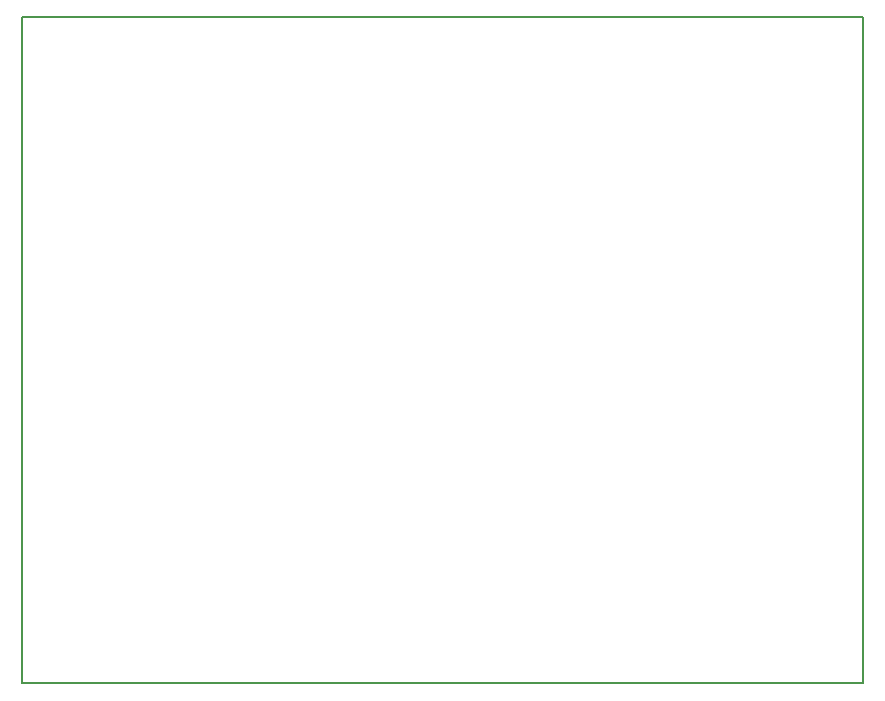
<source format=gbr>
G04 #@! TF.GenerationSoftware,KiCad,Pcbnew,no-vcs-found-7664~57~ubuntu16.10.1*
G04 #@! TF.CreationDate,2017-02-19T10:59:36+01:00*
G04 #@! TF.ProjectId,relayboard,72656C6179626F6172642E6B69636164,rev?*
G04 #@! TF.FileFunction,Profile,NP*
%FSLAX46Y46*%
G04 Gerber Fmt 4.6, Leading zero omitted, Abs format (unit mm)*
G04 Created by KiCad (PCBNEW no-vcs-found-7664~57~ubuntu16.10.1) date Sun Feb 19 10:59:36 2017*
%MOMM*%
%LPD*%
G01*
G04 APERTURE LIST*
%ADD10C,0.100000*%
%ADD11C,0.150000*%
G04 APERTURE END LIST*
D10*
D11*
X94269560Y-114310160D02*
X94269560Y-57881520D01*
X165460680Y-114310160D02*
X94269560Y-114310160D01*
X165460680Y-57881520D02*
X165460680Y-114310160D01*
X94269560Y-57881520D02*
X165460680Y-57881520D01*
M02*

</source>
